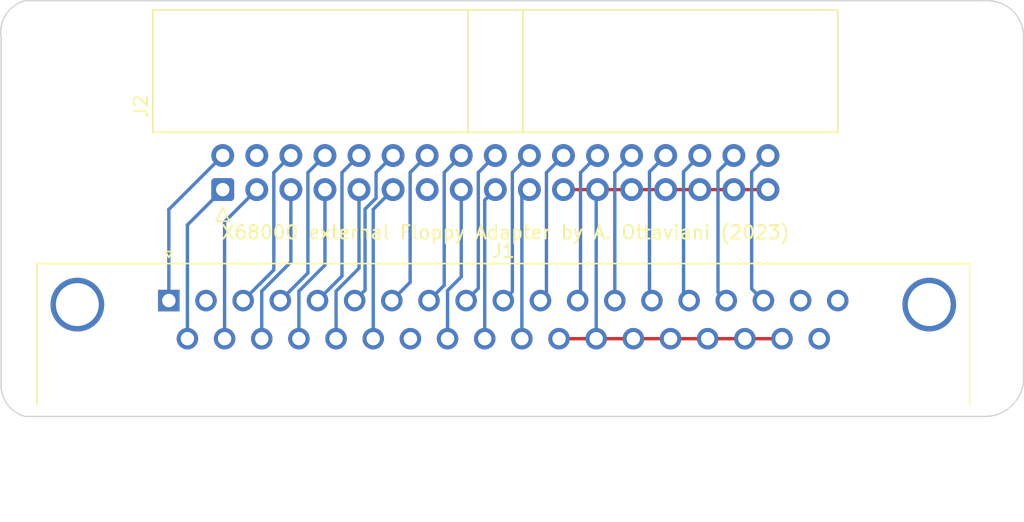
<source format=kicad_pcb>
(kicad_pcb (version 20211014) (generator pcbnew)
  (layers (0 "F.Cu" signal) (31 "B.Cu" signal) (34 "B.Paste" user) (35 "F.Paste" user) (36 "B.SilkS" user "B.Silkscreen") (37 "F.SilkS" user "F.Silkscreen") (38 "B.Mask" user) (39 "F.Mask" user) (44 "Edge.Cuts" user))
  (net 0 "")
  (net 1 "GND")
  (net 2 "~{DENSITY}")
  (net 3 "~{DS3}")
  (net 4 "~{INDEX}")
  (net 5 "~{DS0}")
  (net 6 "~{DS1}")
  (net 7 "~{DS2}")
  (net 8 "~{MOTOR}")
  (net 9 "~{DIR}")
  (net 10 "~{STEP}")
  (net 11 "~{WDATA}")
  (net 12 "~{WGATE}")
  (net 13 "~{TRK0}")
  (net 14 "~{WPROT}")
  (net 15 "~{RDATA}")
  (net 16 "~{SIDE}")
  (net 17 "~{RDY}")
  (net 18 "~{OPT0}")
  (net 19 "~{OPT1}")
  (net 20 "~{OPT2}")
  (net 21 "~{OPT3}")
  (net 22 "~{EJECT}")
  (net 23 "~{EjectMSK}")
  (net 24 "~{INSERTED}")
  (net 25 "~{ERROR}")
  (net 26 "~{FDDINT}")
  (net 30 "LED")
  (net 33 "~{LED_BLINK}")
  (footprint "Connector_Dsub:DSUB-37_Male_Horizontal_P2.77x2.84mm_EdgePinOffset4.94mm_Housed_MountingHolesOffset7.48mm" (layer "F.Cu") (at 132.636 70.104)
    (fp_text reference "J1" (at 24.93 -3.7) (layer "F.SilkS"))
    (fp_text value "DB37_Male")
    (fp_line (start 0 -3.221325) (end -0.25 -3.654338) (layer "F.SilkS") (width 0.12))
    (fp_line (start 0.25 -3.654338) (end 0 -3.221325) (layer "F.SilkS") (width 0.12))
    (fp_line (start -0.25 -3.654338) (end 0.25 -3.654338) (layer "F.SilkS") (width 0.12))
    (fp_line (start -9.83 7.72) (end -9.83 -2.76) (layer "F.SilkS") (width 0.12))
    (fp_line (start -9.83 -2.76) (end 59.69 -2.76) (layer "F.SilkS") (width 0.12))
    (fp_line (start 59.69 -2.76) (end 59.69 7.72) (layer "F.SilkS") (width 0.12))
    (pad "0" thru_hole circle (at 56.68 0.3) (size 4 4) (drill 3.2) (layers *.Cu *.Mask))
    (pad "0" thru_hole circle (at -6.82 0.3) (size 4 4) (drill 3.2) (layers *.Cu *.Mask))
    (pad "1" thru_hole rect (at 0 0) (size 1.6 1.6) (drill 1) (layers *.Cu *.Mask) (net 2 "~{DENSITY}"))
    (pad "2" thru_hole circle (at 2.77 0) (size 1.6 1.6) (drill 1) (layers *.Cu *.Mask))
    (pad "3" thru_hole circle (at 5.54 0) (size 1.6 1.6) (drill 1) (layers *.Cu *.Mask) (net 3 "~{DS3}"))
    (pad "4" thru_hole circle (at 8.31 0) (size 1.6 1.6) (drill 1) (layers *.Cu *.Mask) (net 4 "~{INDEX}"))
    (pad "5" thru_hole circle (at 11.08 0) (size 1.6 1.6) (drill 1) (layers *.Cu *.Mask) (net 5 "~{DS0}"))
    (pad "6" thru_hole circle (at 13.85 0) (size 1.6 1.6) (drill 1) (layers *.Cu *.Mask) (net 6 "~{DS1}"))
    (pad "7" thru_hole circle (at 16.62 0) (size 1.6 1.6) (drill 1) (layers *.Cu *.Mask) (net 7 "~{DS2}"))
    (pad "8" thru_hole circle (at 19.39 0) (size 1.6 1.6) (drill 1) (layers *.Cu *.Mask) (net 8 "~{MOTOR}"))
    (pad "9" thru_hole circle (at 22.16 0) (size 1.6 1.6) (drill 1) (layers *.Cu *.Mask) (net 9 "~{DIR}"))
    (pad "10" thru_hole circle (at 24.93 0) (size 1.6 1.6) (drill 1) (layers *.Cu *.Mask) (net 10 "~{STEP}"))
    (pad "11" thru_hole circle (at 27.7 0) (size 1.6 1.6) (drill 1) (layers *.Cu *.Mask) (net 11 "~{WDATA}"))
    (pad "12" thru_hole circle (at 30.47 0) (size 1.6 1.6) (drill 1) (layers *.Cu *.Mask) (net 12 "~{WGATE}"))
    (pad "13" thru_hole circle (at 33.24 0) (size 1.6 1.6) (drill 1) (layers *.Cu *.Mask) (net 13 "~{TRK0}"))
    (pad "14" thru_hole circle (at 36.01 0) (size 1.6 1.6) (drill 1) (layers *.Cu *.Mask) (net 14 "~{WPROT}"))
    (pad "15" thru_hole circle (at 38.78 0) (size 1.6 1.6) (drill 1) (layers *.Cu *.Mask) (net 15 "~{RDATA}"))
    (pad "16" thru_hole circle (at 41.55 0) (size 1.6 1.6) (drill 1) (layers *.Cu *.Mask) (net 16 "~{SIDE}"))
    (pad "17" thru_hole circle (at 44.32 0) (size 1.6 1.6) (drill 1) (layers *.Cu *.Mask) (net 17 "~{RDY}"))
    (pad "18" thru_hole circle (at 47.09 0) (size 1.6 1.6) (drill 1) (layers *.Cu *.Mask))
    (pad "19" thru_hole circle (at 49.86 0) (size 1.6 1.6) (drill 1) (layers *.Cu *.Mask))
    (pad "20" thru_hole circle (at 1.385 2.84) (size 1.6 1.6) (drill 1) (layers *.Cu *.Mask) (net 18 "~{OPT0}"))
    (pad "21" thru_hole circle (at 4.155 2.84) (size 1.6 1.6) (drill 1) (layers *.Cu *.Mask) (net 19 "~{OPT1}"))
    (pad "22" thru_hole circle (at 6.925 2.84) (size 1.6 1.6) (drill 1) (layers *.Cu *.Mask) (net 20 "~{OPT2}"))
    (pad "23" thru_hole circle (at 9.695 2.84) (size 1.6 1.6) (drill 1) (layers *.Cu *.Mask) (net 21 "~{OPT3}"))
    (pad "24" thru_hole circle (at 12.465 2.84) (size 1.6 1.6) (drill 1) (layers *.Cu *.Mask) (net 22 "~{EJECT}"))
    (pad "25" thru_hole circle (at 15.235 2.84) (size 1.6 1.6) (drill 1) (layers *.Cu *.Mask) (net 23 "~{EjectMSK}"))
    (pad "26" thru_hole circle (at 18.005 2.84) (size 1.6 1.6) (drill 1) (layers *.Cu *.Mask) (net 30 "LED"))
    (pad "27" thru_hole circle (at 20.775 2.84) (size 1.6 1.6) (drill 1) (layers *.Cu *.Mask) (net 24 "~{INSERTED}"))
    (pad "28" thru_hole circle (at 23.545 2.84) (size 1.6 1.6) (drill 1) (layers *.Cu *.Mask) (net 25 "~{ERROR}"))
    (pad "29" thru_hole circle (at 26.315 2.84) (size 1.6 1.6) (drill 1) (layers *.Cu *.Mask) (net 26 "~{FDDINT}"))
    (pad "30" thru_hole circle (at 29.085 2.84) (size 1.6 1.6) (drill 1) (layers *.Cu *.Mask) (net 1 "GND"))
    (pad "31" thru_hole circle (at 31.855 2.84) (size 1.6 1.6) (drill 1) (layers *.Cu *.Mask) (net 1 "GND"))
    (pad "32" thru_hole circle (at 34.625 2.84) (size 1.6 1.6) (drill 1) (layers *.Cu *.Mask) (net 1 "GND"))
    (pad "33" thru_hole circle (at 37.395 2.84) (size 1.6 1.6) (drill 1) (layers *.Cu *.Mask) (net 1 "GND"))
    (pad "34" thru_hole circle (at 40.165 2.84) (size 1.6 1.6) (drill 1) (layers *.Cu *.Mask) (net 1 "GND"))
    (pad "35" thru_hole circle (at 42.935 2.84) (size 1.6 1.6) (drill 1) (layers *.Cu *.Mask) (net 1 "GND"))
    (pad "36" thru_hole circle (at 45.705 2.84) (size 1.6 1.6) (drill 1) (layers *.Cu *.Mask) (net 1 "GND"))
    (pad "37" thru_hole circle (at 48.475 2.84) (size 1.6 1.6) (drill 1) (layers *.Cu *.Mask))
  )
  (footprint "Connector_IDC:IDC-Header_2x17_P2.54mm_Horizontal" (layer "F.Cu") (at 136.652 61.8315 90)
    (fp_text reference "J2" (at 6.215 -6.1 90) (layer "F.SilkS"))
    (fp_text value "FD Ext Connector")
    (fp_line (start -1.35 0) (end -2.35 -0.5) (layer "F.SilkS") (width 0.12))
    (fp_line (start 4.27 22.37) (end 13.39 22.37) (layer "F.SilkS") (width 0.12))
    (fp_line (start 4.27 45.85) (end 4.27 -5.21) (layer "F.SilkS") (width 0.12))
    (fp_line (start 13.39 45.85) (end 4.27 45.85) (layer "F.SilkS") (width 0.12))
    (fp_line (start -2.35 0.5) (end -1.35 0) (layer "F.SilkS") (width 0.12))
    (fp_line (start -2.35 -0.5) (end -2.35 0.5) (layer "F.SilkS") (width 0.12))
    (fp_line (start 4.27 -5.21) (end 13.39 -5.21) (layer "F.SilkS") (width 0.12))
    (fp_line (start 4.27 18.27) (end 13.39 18.27) (layer "F.SilkS") (width 0.12))
    (fp_line (start 13.39 -5.21) (end 13.39 45.85) (layer "F.SilkS") (width 0.12))
    (pad "1" thru_hole roundrect (at 0 0 90) (size 1.7 1.7) (drill 1) (layers *.Cu *.Mask) (roundrect_rratio 0.147059) (net 18 "~{OPT0}"))
    (pad "2" thru_hole circle (at 2.54 0 90) (size 1.7 1.7) (drill 1) (layers *.Cu *.Mask) (net 2 "~{DENSITY}"))
    (pad "3" thru_hole circle (at 0 2.54 90) (size 1.7 1.7) (drill 1) (layers *.Cu *.Mask) (net 19 "~{OPT1}"))
    (pad "4" thru_hole circle (at 2.54 2.54 90) (size 1.7 1.7) (drill 1) (layers *.Cu *.Mask))
    (pad "5" thru_hole circle (at 0 5.08 90) (size 1.7 1.7) (drill 1) (layers *.Cu *.Mask) (net 20 "~{OPT2}"))
    (pad "6" thru_hole circle (at 2.54 5.08 90) (size 1.7 1.7) (drill 1) (layers *.Cu *.Mask) (net 3 "~{DS3}"))
    (pad "7" thru_hole circle (at 0 7.62 90) (size 1.7 1.7) (drill 1) (layers *.Cu *.Mask) (net 21 "~{OPT3}"))
    (pad "8" thru_hole circle (at 2.54 7.62 90) (size 1.7 1.7) (drill 1) (layers *.Cu *.Mask) (net 4 "~{INDEX}"))
    (pad "9" thru_hole circle (at 0 10.16 90) (size 1.7 1.7) (drill 1) (layers *.Cu *.Mask) (net 22 "~{EJECT}"))
    (pad "10" thru_hole circle (at 2.54 10.16 90) (size 1.7 1.7) (drill 1) (layers *.Cu *.Mask) (net 5 "~{DS0}"))
    (pad "11" thru_hole circle (at 0 12.7 90) (size 1.7 1.7) (drill 1) (layers *.Cu *.Mask) (net 23 "~{EjectMSK}"))
    (pad "12" thru_hole circle (at 2.54 12.7 90) (size 1.7 1.7) (drill 1) (layers *.Cu *.Mask) (net 6 "~{DS1}"))
    (pad "13" thru_hole circle (at 0 15.24 90) (size 1.7 1.7) (drill 1) (layers *.Cu *.Mask) (net 33 "~{LED_BLINK}"))
    (pad "14" thru_hole circle (at 2.54 15.24 90) (size 1.7 1.7) (drill 1) (layers *.Cu *.Mask) (net 7 "~{DS2}"))
    (pad "15" thru_hole circle (at 0 17.78 90) (size 1.7 1.7) (drill 1) (layers *.Cu *.Mask) (net 24 "~{INSERTED}"))
    (pad "16" thru_hole circle (at 2.54 17.78 90) (size 1.7 1.7) (drill 1) (layers *.Cu *.Mask) (net 8 "~{MOTOR}"))
    (pad "17" thru_hole circle (at 0 20.32 90) (size 1.7 1.7) (drill 1) (layers *.Cu *.Mask) (net 25 "~{ERROR}"))
    (pad "18" thru_hole circle (at 2.54 20.32 90) (size 1.7 1.7) (drill 1) (layers *.Cu *.Mask) (net 9 "~{DIR}"))
    (pad "19" thru_hole circle (at 0 22.86 90) (size 1.7 1.7) (drill 1) (layers *.Cu *.Mask) (net 26 "~{FDDINT}"))
    (pad "20" thru_hole circle (at 2.54 22.86 90) (size 1.7 1.7) (drill 1) (layers *.Cu *.Mask) (net 10 "~{STEP}"))
    (pad "21" thru_hole circle (at 0 25.4 90) (size 1.7 1.7) (drill 1) (layers *.Cu *.Mask) (net 1 "GND"))
    (pad "22" thru_hole circle (at 2.54 25.4 90) (size 1.7 1.7) (drill 1) (layers *.Cu *.Mask) (net 11 "~{WDATA}"))
    (pad "23" thru_hole circle (at 0 27.94 90) (size 1.7 1.7) (drill 1) (layers *.Cu *.Mask) (net 1 "GND"))
    (pad "24" thru_hole circle (at 2.54 27.94 90) (size 1.7 1.7) (drill 1) (layers *.Cu *.Mask) (net 12 "~{WGATE}"))
    (pad "25" thru_hole circle (at 0 30.48 90) (size 1.7 1.7) (drill 1) (layers *.Cu *.Mask) (net 1 "GND"))
    (pad "26" thru_hole circle (at 2.54 30.48 90) (size 1.7 1.7) (drill 1) (layers *.Cu *.Mask) (net 13 "~{TRK0}"))
    (pad "27" thru_hole circle (at 0 33.02 90) (size 1.7 1.7) (drill 1) (layers *.Cu *.Mask) (net 1 "GND"))
    (pad "28" thru_hole circle (at 2.54 33.02 90) (size 1.7 1.7) (drill 1) (layers *.Cu *.Mask) (net 14 "~{WPROT}"))
    (pad "29" thru_hole circle (at 0 35.56 90) (size 1.7 1.7) (drill 1) (layers *.Cu *.Mask) (net 1 "GND"))
    (pad "30" thru_hole circle (at 2.54 35.56 90) (size 1.7 1.7) (drill 1) (layers *.Cu *.Mask) (net 15 "~{RDATA}"))
    (pad "31" thru_hole circle (at 0 38.1 90) (size 1.7 1.7) (drill 1) (layers *.Cu *.Mask) (net 1 "GND"))
    (pad "32" thru_hole circle (at 2.54 38.1 90) (size 1.7 1.7) (drill 1) (layers *.Cu *.Mask) (net 16 "~{SIDE}"))
    (pad "33" thru_hole circle (at 0 40.64 90) (size 1.7 1.7) (drill 1) (layers *.Cu *.Mask) (net 1 "GND"))
    (pad "34" thru_hole circle (at 2.54 40.64 90) (size 1.7 1.7) (drill 1) (layers *.Cu *.Mask) (net 17 "~{RDY}"))
  )
  (gr_arc (start 120.142 50.546) (mid 120.480812 48.79888) (end 121.92 47.752) (layer "Edge.Cuts") (width 0.1))
  (gr_line (start 193.548 47.752) (end 121.92 47.752) (layer "Edge.Cuts") (width 0.1))
  (gr_arc (start 121.92 78.74) (mid 120.567112 77.794721) (end 120.142 76.2) (layer "Edge.Cuts") (width 0.1))
  (gr_line (start 120.142 50.546) (end 120.142 76.2) (layer "Edge.Cuts") (width 0.1))
  (gr_arc (start 196.342 76.2) (mid 195.411918 77.98361) (end 193.548 78.74) (layer "Edge.Cuts") (width 0.1))
  (gr_line (start 196.342 76.2) (end 196.342 50.546) (layer "Edge.Cuts") (width 0.1))
  (gr_line (start 121.92 78.74) (end 193.548 78.74) (layer "Edge.Cuts") (width 0.1))
  (gr_arc (start 193.548 47.752) (mid 195.560386 48.533614) (end 196.342 50.546) (layer "Edge.Cuts") (width 0.1))
  (gr_text "X68000 external Floppy Adapter by A. Ottaviani (2023)" (at 157.734 65.024) (layer "F.SilkS") (effects (font (size 1 1))))
  (segment (start 169.672 61.8315) (end 167.132 61.8315) (width 0.25) (layer "F.Cu") (net 1))
  (segment (start 167.132 61.8315) (end 164.592 61.8315) (width 0.25) (layer "F.Cu") (net 1))
  (segment (start 170.031 72.944) (end 167.261 72.944) (width 0.25) (layer "F.Cu") (net 1))
  (segment (start 175.571 72.944) (end 172.801 72.944) (width 0.25) (layer "F.Cu") (net 1))
  (segment (start 164.592 61.8315) (end 162.052 61.8315) (width 0.25) (layer "F.Cu") (net 1))
  (segment (start 164.491 72.944) (end 161.721 72.944) (width 0.25) (layer "F.Cu") (net 1))
  (segment (start 177.292 61.8315) (end 174.752 61.8315) (width 0.25) (layer "F.Cu") (net 1))
  (segment (start 172.801 72.944) (end 170.031 72.944) (width 0.25) (layer "F.Cu") (net 1))
  (segment (start 174.752 61.8315) (end 172.212 61.8315) (width 0.25) (layer "F.Cu") (net 1))
  (segment (start 178.341 72.944) (end 175.571 72.944) (width 0.25) (layer "F.Cu") (net 1))
  (segment (start 172.212 61.8315) (end 169.672 61.8315) (width 0.25) (layer "F.Cu") (net 1))
  (segment (start 167.261 72.944) (end 164.491 72.944) (width 0.25) (layer "F.Cu") (net 1))
  (segment (start 164.592 61.8315) (end 164.491 61.9325) (width 0.25) (layer "B.Cu") (net 1))
  (segment (start 164.491 61.9325) (end 164.491 72.944) (width 0.25) (layer "B.Cu") (net 1))
  (segment (start 136.652 59.2915) (end 132.636 63.3075) (width 0.25) (layer "B.Cu") (net 2))
  (segment (start 132.636 63.3075) (end 132.636 70.104) (width 0.25) (layer "B.Cu") (net 2))
  (segment (start 140.461 67.819) (end 138.176 70.104) (width 0.25) (layer "B.Cu") (net 3))
  (segment (start 141.732 59.2915) (end 140.461 60.5625) (width 0.25) (layer "B.Cu") (net 3))
  (segment (start 140.461 60.5625) (end 140.461 67.819) (width 0.25) (layer "B.Cu") (net 3))
  (segment (start 143.002 60.5615) (end 143.002 68.048) (width 0.25) (layer "B.Cu") (net 4))
  (segment (start 144.272 59.2915) (end 143.002 60.5615) (width 0.25) (layer "B.Cu") (net 4))
  (segment (start 143.002 68.048) (end 140.946 70.104) (width 0.25) (layer "B.Cu") (net 4))
  (segment (start 146.812 59.2915) (end 145.542 60.5615) (width 0.25) (layer "B.Cu") (net 5))
  (segment (start 145.542 60.5615) (end 145.542 68.278) (width 0.25) (layer "B.Cu") (net 5))
  (segment (start 145.542 68.278) (end 143.716 70.104) (width 0.25) (layer "B.Cu") (net 5))
  (segment (start 148.082 62.4648) (end 148.082 60.5615) (width 0.25) (layer "B.Cu") (net 6))
  (segment (start 148.082 60.5615) (end 149.352 59.2915) (width 0.25) (layer "B.Cu") (net 6))
  (segment (start 147.2622 63.2846) (end 148.082 62.4648) (width 0.25) (layer "B.Cu") (net 6))
  (segment (start 146.486 70.104) (end 147.2622 69.3278) (width 0.25) (layer "B.Cu") (net 6))
  (segment (start 147.2622 69.3278) (end 147.2622 63.2846) (width 0.25) (layer "B.Cu") (net 6))
  (segment (start 151.892 59.2915) (end 150.622 60.5615) (width 0.25) (layer "B.Cu") (net 7))
  (segment (start 150.622 60.5615) (end 150.622 68.738) (width 0.25) (layer "B.Cu") (net 7))
  (segment (start 150.622 68.738) (end 149.256 70.104) (width 0.25) (layer "B.Cu") (net 7))
  (segment (start 154.432 59.2915) (end 153.162 60.5615) (width 0.25) (layer "B.Cu") (net 8))
  (segment (start 153.162 68.968) (end 152.026 70.104) (width 0.25) (layer "B.Cu") (net 8))
  (segment (start 153.162 60.5615) (end 153.162 68.968) (width 0.25) (layer "B.Cu") (net 8))
  (segment (start 156.972 59.2915) (end 155.702 60.5615) (width 0.25) (layer "B.Cu") (net 9))
  (segment (start 155.702 69.198) (end 154.796 70.104) (width 0.25) (layer "B.Cu") (net 9))
  (segment (start 155.702 60.5615) (end 155.702 69.198) (width 0.25) (layer "B.Cu") (net 9))
  (segment (start 159.512 59.2915) (end 158.242 60.5615) (width 0.25) (layer "B.Cu") (net 10))
  (segment (start 158.242 69.428) (end 157.566 70.104) (width 0.25) (layer "B.Cu") (net 10))
  (segment (start 158.242 60.5615) (end 158.242 69.428) (width 0.25) (layer "B.Cu") (net 10))
  (segment (start 160.782 69.658) (end 160.336 70.104) (width 0.25) (layer "B.Cu") (net 11))
  (segment (start 160.782 60.5615) (end 160.782 69.658) (width 0.25) (layer "B.Cu") (net 11))
  (segment (start 162.052 59.2915) (end 160.782 60.5615) (width 0.25) (layer "B.Cu") (net 11))
  (segment (start 163.322 60.5615) (end 163.322 69.888) (width 0.25) (layer "B.Cu") (net 12))
  (segment (start 164.592 59.2915) (end 163.322 60.5615) (width 0.25) (layer "B.Cu") (net 12))
  (segment (start 163.322 69.888) (end 163.106 70.104) (width 0.25) (layer "B.Cu") (net 12))
  (segment (start 165.876 60.5475) (end 165.876 70.104) (width 0.25) (layer "B.Cu") (net 13))
  (segment (start 167.132 59.2915) (end 165.876 60.5475) (width 0.25) (layer "B.Cu") (net 13))
  (segment (start 169.672 59.2915) (end 168.463 60.5005) (width 0.25) (layer "B.Cu") (net 14))
  (segment (start 168.463 69.921) (end 168.646 70.104) (width 0.25) (layer "B.Cu") (net 14))
  (segment (start 168.463 60.5005) (end 168.463 69.921) (width 0.25) (layer "B.Cu") (net 14))
  (segment (start 172.212 59.2915) (end 171.0012 60.5023) (width 0.25) (layer "B.Cu") (net 15))
  (segment (start 171.0012 60.5023) (end 171.0012 69.6892) (width 0.25) (layer "B.Cu") (net 15))
  (segment (start 171.0012 69.6892) (end 171.416 70.104) (width 0.25) (layer "B.Cu") (net 15))
  (segment (start 173.57 60.4735) (end 173.57 69.488) (width 0.25) (layer "B.Cu") (net 16))
  (segment (start 174.752 59.2915) (end 173.57 60.4735) (width 0.25) (layer "B.Cu") (net 16))
  (segment (start 173.57 69.488) (end 174.186 70.104) (width 0.25) (layer "B.Cu") (net 16))
  (segment (start 176.0804 60.5031) (end 176.0804 69.2284) (width 0.25) (layer "B.Cu") (net 17))
  (segment (start 176.0804 69.2284) (end 176.956 70.104) (width 0.25) (layer "B.Cu") (net 17))
  (segment (start 177.292 59.2915) (end 176.0804 60.5031) (width 0.25) (layer "B.Cu") (net 17))
  (segment (start 134.021 64.4625) (end 134.021 72.944) (width 0.25) (layer "B.Cu") (net 18))
  (segment (start 136.652 61.8315) (end 134.021 64.4625) (width 0.25) (layer "B.Cu") (net 18))
  (segment (start 139.192 61.8315) (end 136.791 64.2325) (width 0.25) (layer "B.Cu") (net 19))
  (segment (start 136.791 64.2325) (end 136.791 72.944) (width 0.25) (layer "B.Cu") (net 19))
  (segment (start 141.732 61.8315) (end 141.732 67.2305) (width 0.25) (layer "B.Cu") (net 20))
  (segment (start 139.561 69.4015) (end 139.561 72.944) (width 0.25) (layer "B.Cu") (net 20))
  (segment (start 141.732 67.2305) (end 139.561 69.4015) (width 0.25) (layer "B.Cu") (net 20))
  (segment (start 144.272 61.8315) (end 144.272 67.4605) (width 0.25) (layer "B.Cu") (net 21))
  (segment (start 144.272 67.4605) (end 142.331 69.4015) (width 0.25) (layer "B.Cu") (net 21))
  (segment (start 142.331 69.4015) (end 142.331 72.944) (width 0.25) (layer "B.Cu") (net 21))
  (segment (start 145.101 69.4015) (end 145.101 72.944) (width 0.25) (layer "B.Cu") (net 22))
  (segment (start 146.812 67.6905) (end 145.101 69.4015) (width 0.25) (layer "B.Cu") (net 22))
  (segment (start 146.812 61.8315) (end 146.812 67.6905) (width 0.25) (layer "B.Cu") (net 22))
  (segment (start 149.352 61.8315) (end 147.871 63.3125) (width 0.25) (layer "B.Cu") (net 23))
  (segment (start 147.871 63.3125) (end 147.871 72.944) (width 0.25) (layer "B.Cu") (net 23))
  (segment (start 154.432 61.8315) (end 154.432 68.3347) (width 0.25) (layer "B.Cu") (net 24))
  (segment (start 153.411 69.3557) (end 153.411 72.944) (width 0.25) (layer "B.Cu") (net 24))
  (segment (start 154.432 68.3347) (end 153.411 69.3557) (width 0.25) (layer "B.Cu") (net 24))
  (segment (start 156.181 62.6225) (end 156.181 72.944) (width 0.25) (layer "B.Cu") (net 25))
  (segment (start 156.972 61.8315) (end 156.181 62.6225) (width 0.25) (layer "B.Cu") (net 25))
  (segment (start 159.512 61.8315) (end 158.951 62.3925) (width 0.25) (layer "B.Cu") (net 26))
  (segment (start 158.951 62.3925) (end 158.951 72.944) (width 0.25) (layer "B.Cu") (net 26))
)
</source>
